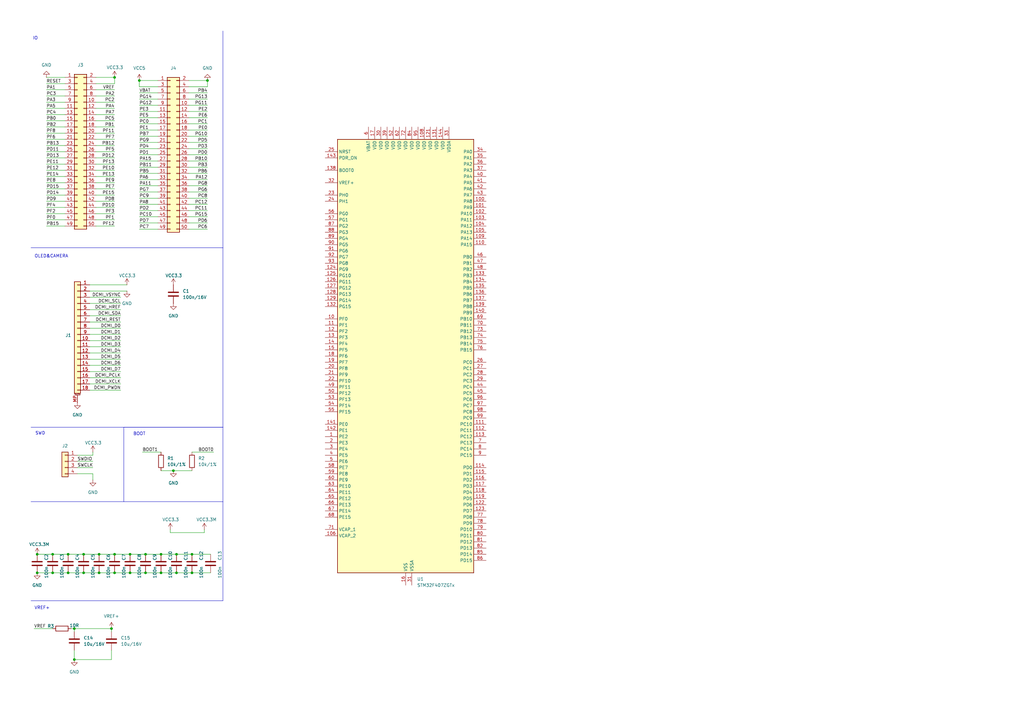
<source format=kicad_sch>
(kicad_sch (version 20250114) (generator "eeschema") (generator_version "9.0")
  (paper "A3")
  (lib_symbols
    (symbol "Connector_Generic:Conn_01x04" (pin_names (offset 1.016) (hide yes))
      (property "Reference" "J" (at 0 5.08 0))
      (property "Value" "Conn_01x04" (at 0 -7.62 0))
      (symbol "Conn_01x04_1_1"
        (rectangle (start -1.27 3.81) (end 1.27 -6.35) (stroke (width 0.254)) (fill (type background)))
        (rectangle (start -1.27 2.667) (end 0 2.413) (stroke (width 0.1524)))
        (rectangle (start -1.27 0.127) (end 0 -0.127) (stroke (width 0.1524)))
        (rectangle (start -1.27 -2.413) (end 0 -2.667) (stroke (width 0.1524)))
        (rectangle (start -1.27 -4.953) (end 0 -5.207) (stroke (width 0.1524)))
        (pin passive line (at -5.08 2.54 0) (length 3.81) (name "Pin_1") (number "1"))
        (pin passive line (at -5.08 0 0) (length 3.81) (name "Pin_2") (number "2"))
        (pin passive line (at -5.08 -2.54 0) (length 3.81) (name "Pin_3") (number "3"))
        (pin passive line (at -5.08 -5.08 0) (length 3.81) (name "Pin_4") (number "4"))
      )
    )
    (symbol "Connector_Generic:Conn_02x25_Odd_Even" (pin_names (offset 1.016) (hide yes))
      (property "Reference" "J" (at 1.27 33.02 0))
      (property "Value" "Conn_02x25_Odd_Even" (at 1.27 -33.02 0))
      (symbol "Conn_02x25_Odd_Even_1_1"
        (rectangle (start -1.27 31.75) (end 3.81 -31.75) (stroke (width 0.254)) (fill (type background)))
        (rectangle (start -1.27 30.607) (end 0 30.353) (stroke (width 0.1524)))
        (rectangle (start -1.27 28.067) (end 0 27.813) (stroke (width 0.1524)))
        (rectangle (start -1.27 25.527) (end 0 25.273) (stroke (width 0.1524)))
        (rectangle (start -1.27 22.987) (end 0 22.733) (stroke (width 0.1524)))
        (rectangle (start -1.27 20.447) (end 0 20.193) (stroke (width 0.1524)))
        (rectangle (start -1.27 17.907) (end 0 17.653) (stroke (width 0.1524)))
        (rectangle (start -1.27 15.367) (end 0 15.113) (stroke (width 0.1524)))
        (rectangle (start -1.27 12.827) (end 0 12.573) (stroke (width 0.1524)))
        (rectangle (start -1.27 10.287) (end 0 10.033) (stroke (width 0.1524)))
        (rectangle (start -1.27 7.747) (end 0 7.493) (stroke (width 0.1524)))
        (rectangle (start -1.27 5.207) (end 0 4.953) (stroke (width 0.1524)))
        (rectangle (start -1.27 2.667) (end 0 2.413) (stroke (width 0.1524)))
        (rectangle (start -1.27 0.127) (end 0 -0.127) (stroke (width 0.1524)))
        (rectangle (start -1.27 -2.413) (end 0 -2.667) (stroke (width 0.1524)))
        (rectangle (start -1.27 -4.953) (end 0 -5.207) (stroke (width 0.1524)))
        (rectangle (start -1.27 -7.493) (end 0 -7.747) (stroke (width 0.1524)))
        (rectangle (start -1.27 -10.033) (end 0 -10.287) (stroke (width 0.1524)))
        (rectangle (start -1.27 -12.573) (end 0 -12.827) (stroke (width 0.1524)))
        (rectangle (start -1.27 -15.113) (end 0 -15.367) (stroke (width 0.1524)))
        (rectangle (start -1.27 -17.653) (end 0 -17.907) (stroke (width 0.1524)))
        (rectangle (start -1.27 -20.193) (end 0 -20.447) (stroke (width 0.1524)))
        (rectangle (start -1.27 -22.733) (end 0 -22.987) (stroke (width 0.1524)))
        (rectangle (start -1.27 -25.273) (end 0 -25.527) (stroke (width 0.1524)))
        (rectangle (start -1.27 -27.813) (end 0 -28.067) (stroke (width 0.1524)))
        (rectangle (start -1.27 -30.353) (end 0 -30.607) (stroke (width 0.1524)))
        (rectangle (start 3.81 30.607) (end 2.54 30.353) (stroke (width 0.1524)))
        (rectangle (start 3.81 28.067) (end 2.54 27.813) (stroke (width 0.1524)))
        (rectangle (start 3.81 25.527) (end 2.54 25.273) (stroke (width 0.1524)))
        (rectangle (start 3.81 22.987) (end 2.54 22.733) (stroke (width 0.1524)))
        (rectangle (start 3.81 20.447) (end 2.54 20.193) (stroke (width 0.1524)))
        (rectangle (start 3.81 17.907) (end 2.54 17.653) (stroke (width 0.1524)))
        (rectangle (start 3.81 15.367) (end 2.54 15.113) (stroke (width 0.1524)))
        (rectangle (start 3.81 12.827) (end 2.54 12.573) (stroke (width 0.1524)))
        (rectangle (start 3.81 10.287) (end 2.54 10.033) (stroke (width 0.1524)))
        (rectangle (start 3.81 7.747) (end 2.54 7.493) (stroke (width 0.1524)))
        (rectangle (start 3.81 5.207) (end 2.54 4.953) (stroke (width 0.1524)))
        (rectangle (start 3.81 2.667) (end 2.54 2.413) (stroke (width 0.1524)))
        (rectangle (start 3.81 0.127) (end 2.54 -0.127) (stroke (width 0.1524)))
        (rectangle (start 3.81 -2.413) (end 2.54 -2.667) (stroke (width 0.1524)))
        (rectangle (start 3.81 -4.953) (end 2.54 -5.207) (stroke (width 0.1524)))
        (rectangle (start 3.81 -7.493) (end 2.54 -7.747) (stroke (width 0.1524)))
        (rectangle (start 3.81 -10.033) (end 2.54 -10.287) (stroke (width 0.1524)))
        (rectangle (start 3.81 -12.573) (end 2.54 -12.827) (stroke (width 0.1524)))
        (rectangle (start 3.81 -15.113) (end 2.54 -15.367) (stroke (width 0.1524)))
        (rectangle (start 3.81 -17.653) (end 2.54 -17.907) (stroke (width 0.1524)))
        (rectangle (start 3.81 -20.193) (end 2.54 -20.447) (stroke (width 0.1524)))
        (rectangle (start 3.81 -22.733) (end 2.54 -22.987) (stroke (width 0.1524)))
        (rectangle (start 3.81 -25.273) (end 2.54 -25.527) (stroke (width 0.1524)))
        (rectangle (start 3.81 -27.813) (end 2.54 -28.067) (stroke (width 0.1524)))
        (rectangle (start 3.81 -30.353) (end 2.54 -30.607) (stroke (width 0.1524)))
        (pin passive line (at -5.08 30.48 0) (length 3.81) (name "Pin_1") (number "1"))
        (pin passive line (at -5.08 27.94 0) (length 3.81) (name "Pin_3") (number "3"))
        (pin passive line (at -5.08 25.4 0) (length 3.81) (name "Pin_5") (number "5"))
        (pin passive line (at -5.08 22.86 0) (length 3.81) (name "Pin_7") (number "7"))
        (pin passive line (at -5.08 20.32 0) (length 3.81) (name "Pin_9") (number "9"))
        (pin passive line (at -5.08 17.78 0) (length 3.81) (name "Pin_11") (number "11"))
        (pin passive line (at -5.08 15.24 0) (length 3.81) (name "Pin_13") (number "13"))
        (pin passive line (at -5.08 12.7 0) (length 3.81) (name "Pin_15") (number "15"))
        (pin passive line (at -5.08 10.16 0) (length 3.81) (name "Pin_17") (number "17"))
        (pin passive line (at -5.08 7.62 0) (length 3.81) (name "Pin_19") (number "19"))
        (pin passive line (at -5.08 5.08 0) (length 3.81) (name "Pin_21") (number "21"))
        (pin passive line (at -5.08 2.54 0) (length 3.81) (name "Pin_23") (number "23"))
        (pin passive line (at -5.08 0 0) (length 3.81) (name "Pin_25") (number "25"))
        (pin passive line (at -5.08 -2.54 0) (length 3.81) (name "Pin_27") (number "27"))
        (pin passive line (at -5.08 -5.08 0) (length 3.81) (name "Pin_29") (number "29"))
        (pin passive line (at -5.08 -7.62 0) (length 3.81) (name "Pin_31") (number "31"))
        (pin passive line (at -5.08 -10.16 0) (length 3.81) (name "Pin_33") (number "33"))
        (pin passive line (at -5.08 -12.7 0) (length 3.81) (name "Pin_35") (number "35"))
        (pin passive line (at -5.08 -15.24 0) (length 3.81) (name "Pin_37") (number "37"))
        (pin passive line (at -5.08 -17.78 0) (length 3.81) (name "Pin_39") (number "39"))
        (pin passive line (at -5.08 -20.32 0) (length 3.81) (name "Pin_41") (number "41"))
        (pin passive line (at -5.08 -22.86 0) (length 3.81) (name "Pin_43") (number "43"))
        (pin passive line (at -5.08 -25.4 0) (length 3.81) (name "Pin_45") (number "45"))
        (pin passive line (at -5.08 -27.94 0) (length 3.81) (name "Pin_47") (number "47"))
        (pin passive line (at -5.08 -30.48 0) (length 3.81) (name "Pin_49") (number "49"))
        (pin passive line (at 7.62 30.48 180) (length 3.81) (name "Pin_2") (number "2"))
        (pin passive line (at 7.62 27.94 180) (length 3.81) (name "Pin_4") (number "4"))
        (pin passive line (at 7.62 25.4 180) (length 3.81) (name "Pin_6") (number "6"))
        (pin passive line (at 7.62 22.86 180) (length 3.81) (name "Pin_8") (number "8"))
        (pin passive line (at 7.62 20.32 180) (length 3.81) (name "Pin_10") (number "10"))
        (pin passive line (at 7.62 17.78 180) (length 3.81) (name "Pin_12") (number "12"))
        (pin passive line (at 7.62 15.24 180) (length 3.81) (name "Pin_14") (number "14"))
        (pin passive line (at 7.62 12.7 180) (length 3.81) (name "Pin_16") (number "16"))
        (pin passive line (at 7.62 10.16 180) (length 3.81) (name "Pin_18") (number "18"))
        (pin passive line (at 7.62 7.62 180) (length 3.81) (name "Pin_20") (number "20"))
        (pin passive line (at 7.62 5.08 180) (length 3.81) (name "Pin_22") (number "22"))
        (pin passive line (at 7.62 2.54 180) (length 3.81) (name "Pin_24") (number "24"))
        (pin passive line (at 7.62 0 180) (length 3.81) (name "Pin_26") (number "26"))
        (pin passive line (at 7.62 -2.54 180) (length 3.81) (name "Pin_28") (number "28"))
        (pin passive line (at 7.62 -5.08 180) (length 3.81) (name "Pin_30") (number "30"))
        (pin passive line (at 7.62 -7.62 180) (length 3.81) (name "Pin_32") (number "32"))
        (pin passive line (at 7.62 -10.16 180) (length 3.81) (name "Pin_34") (number "34"))
        (pin passive line (at 7.62 -12.7 180) (length 3.81) (name "Pin_36") (number "36"))
        (pin passive line (at 7.62 -15.24 180) (length 3.81) (name "Pin_38") (number "38"))
        (pin passive line (at 7.62 -17.78 180) (length 3.81) (name "Pin_40") (number "40"))
        (pin passive line (at 7.62 -20.32 180) (length 3.81) (name "Pin_42") (number "42"))
        (pin passive line (at 7.62 -22.86 180) (length 3.81) (name "Pin_44") (number "44"))
        (pin passive line (at 7.62 -25.4 180) (length 3.81) (name "Pin_46") (number "46"))
        (pin passive line (at 7.62 -27.94 180) (length 3.81) (name "Pin_48") (number "48"))
        (pin passive line (at 7.62 -30.48 180) (length 3.81) (name "Pin_50") (number "50"))
      )
    )
    (symbol "Connector_Generic_MountingPin:Conn_01x18_MountingPin" (pin_names (offset 1.016) (hide yes))
      (property "Reference" "J" (at 0 22.86 0))
      (property "Value" "Conn_01x18_MountingPin" (at 1.27 -25.4 0))
      (symbol "Conn_01x18_MountingPin_1_1"
        (rectangle (start -1.27 21.59) (end 1.27 -24.13) (stroke (width 0.254)) (fill (type background)))
        (rectangle (start -1.27 20.447) (end 0 20.193) (stroke (width 0.1524)))
        (rectangle (start -1.27 17.907) (end 0 17.653) (stroke (width 0.1524)))
        (rectangle (start -1.27 15.367) (end 0 15.113) (stroke (width 0.1524)))
        (rectangle (start -1.27 12.827) (end 0 12.573) (stroke (width 0.1524)))
        (rectangle (start -1.27 10.287) (end 0 10.033) (stroke (width 0.1524)))
        (rectangle (start -1.27 7.747) (end 0 7.493) (stroke (width 0.1524)))
        (rectangle (start -1.27 5.207) (end 0 4.953) (stroke (width 0.1524)))
        (rectangle (start -1.27 2.667) (end 0 2.413) (stroke (width 0.1524)))
        (rectangle (start -1.27 0.127) (end 0 -0.127) (stroke (width 0.1524)))
        (rectangle (start -1.27 -2.413) (end 0 -2.667) (stroke (width 0.1524)))
        (rectangle (start -1.27 -4.953) (end 0 -5.207) (stroke (width 0.1524)))
        (rectangle (start -1.27 -7.493) (end 0 -7.747) (stroke (width 0.1524)))
        (rectangle (start -1.27 -10.033) (end 0 -10.287) (stroke (width 0.1524)))
        (rectangle (start -1.27 -12.573) (end 0 -12.827) (stroke (width 0.1524)))
        (rectangle (start -1.27 -15.113) (end 0 -15.367) (stroke (width 0.1524)))
        (rectangle (start -1.27 -17.653) (end 0 -17.907) (stroke (width 0.1524)))
        (rectangle (start -1.27 -20.193) (end 0 -20.447) (stroke (width 0.1524)))
        (rectangle (start -1.27 -22.733) (end 0 -22.987) (stroke (width 0.1524)))
        (polyline (pts (xy -1.016 -24.892) (xy 1.016 -24.892)) (stroke (width 0.1524)))
        (text "Mounting" (at 0 -24.511 0) (effects (font (size 0.381 0.381))))
        (pin passive line (at -5.08 20.32 0) (length 3.81) (name "Pin_1") (number "1"))
        (pin passive line (at -5.08 17.78 0) (length 3.81) (name "Pin_2") (number "2"))
        (pin passive line (at -5.08 15.24 0) (length 3.81) (name "Pin_3") (number "3"))
        (pin passive line (at -5.08 12.7 0) (length 3.81) (name "Pin_4") (number "4"))
        (pin passive line (at -5.08 10.16 0) (length 3.81) (name "Pin_5") (number "5"))
        (pin passive line (at -5.08 7.62 0) (length 3.81) (name "Pin_6") (number "6"))
        (pin passive line (at -5.08 5.08 0) (length 3.81) (name "Pin_7") (number "7"))
        (pin passive line (at -5.08 2.54 0) (length 3.81) (name "Pin_8") (number "8"))
        (pin passive line (at -5.08 0 0) (length 3.81) (name "Pin_9") (number "9"))
        (pin passive line (at -5.08 -2.54 0) (length 3.81) (name "Pin_10") (number "10"))
        (pin passive line (at -5.08 -5.08 0) (length 3.81) (name "Pin_11") (number "11"))
        (pin passive line (at -5.08 -7.62 0) (length 3.81) (name "Pin_12") (number "12"))
        (pin passive line (at -5.08 -10.16 0) (length 3.81) (name "Pin_13") (number "13"))
        (pin passive line (at -5.08 -12.7 0) (length 3.81) (name "Pin_14") (number "14"))
        (pin passive line (at -5.08 -15.24 0) (length 3.81) (name "Pin_15") (number "15"))
        (pin passive line (at -5.08 -17.78 0) (length 3.81) (name "Pin_16") (number "16"))
        (pin passive line (at -5.08 -20.32 0) (length 3.81) (name "Pin_17") (number "17"))
        (pin passive line (at -5.08 -22.86 0) (length 3.81) (name "Pin_18") (number "18"))
        (pin passive line (at 0 -27.94 90) (length 3.048) (name "MountPin") (number "MP"))
      )
    )
    (symbol "Device:C" (pin_numbers (hide yes)) (pin_names (offset 0.254))
      (property "Reference" "C" (at 0.635 2.54 0))
      (property "Value" "C" (at 0.635 -2.54 0))
      (symbol "C_0_1"
        (polyline (pts (xy -2.032 0.762) (xy 2.032 0.762)) (stroke (width 0.508)))
        (polyline (pts (xy -2.032 -0.762) (xy 2.032 -0.762)) (stroke (width 0.508)))
      )
      (symbol "C_1_1"
        (pin passive line (at 0 3.81 270) (length 2.794) (name "~") (number "1"))
        (pin passive line (at 0 -3.81 90) (length 2.794) (name "~") (number "2"))
      )
    )
    (symbol "Device:R" (pin_numbers (hide yes)) (pin_names (offset 0))
      (property "Reference" "R" (at 2.032 0 90))
      (property "Value" "R" (at 0 0 90))
      (symbol "R_0_1"
        (rectangle (start -1.016 -2.54) (end 1.016 2.54) (stroke (width 0.254)))
      )
      (symbol "R_1_1"
        (pin passive line (at 0 3.81 270) (length 1.27) (name "~") (number "1"))
        (pin passive line (at 0 -3.81 90) (length 1.27) (name "~") (number "2"))
      )
    )
    (symbol "MCU_ST_STM32F4:STM32F407ZGTx"
      (property "Reference" "U" (at -27.94 90.17 0))
      (property "Value" "STM32F407ZGTx" (at 20.32 90.17 0))
      (symbol "STM32F407ZGTx_0_1"
        (rectangle (start -27.94 -88.9) (end 27.94 88.9) (stroke (width 0.254)) (fill (type background)))
      )
      (symbol "STM32F407ZGTx_1_1"
        (pin input line (at -33.02 83.82 0) (length 5.08) (name "NRST") (number "25"))
        (pin input line (at -33.02 81.28 0) (length 5.08) (name "PDR_ON") (number "143"))
        (pin input line (at -33.02 76.2 0) (length 5.08) (name "BOOT0") (number "138"))
        (pin input line (at -33.02 71.12 0) (length 5.08) (name "VREF+") (number "32"))
        (pin bidirectional line (at -33.02 66.04 0) (length 5.08) (name "PH0") (number "23"))
        (pin bidirectional line (at -33.02 63.5 0) (length 5.08) (name "PH1") (number "24"))
        (pin bidirectional line (at -33.02 58.42 0) (length 5.08) (name "PG0") (number "56"))
        (pin bidirectional line (at -33.02 55.88 0) (length 5.08) (name "PG1") (number "57"))
        (pin bidirectional line (at -33.02 53.34 0) (length 5.08) (name "PG2") (number "87"))
        (pin bidirectional line (at -33.02 50.8 0) (length 5.08) (name "PG3") (number "88"))
        (pin bidirectional line (at -33.02 48.26 0) (length 5.08) (name "PG4") (number "89"))
        (pin bidirectional line (at -33.02 45.72 0) (length 5.08) (name "PG5") (number "90"))
        (pin bidirectional line (at -33.02 43.18 0) (length 5.08) (name "PG6") (number "91"))
        (pin bidirectional line (at -33.02 40.64 0) (length 5.08) (name "PG7") (number "92"))
        (pin bidirectional line (at -33.02 38.1 0) (length 5.08) (name "PG8") (number "93"))
        (pin bidirectional line (at -33.02 35.56 0) (length 5.08) (name "PG9") (number "124"))
        (pin bidirectional line (at -33.02 33.02 0) (length 5.08) (name "PG10") (number "125"))
        (pin bidirectional line (at -33.02 30.48 0) (length 5.08) (name "PG11") (number "126"))
        (pin bidirectional line (at -33.02 27.94 0) (length 5.08) (name "PG12") (number "127"))
        (pin bidirectional line (at -33.02 25.4 0) (length 5.08) (name "PG13") (number "128"))
        (pin bidirectional line (at -33.02 22.86 0) (length 5.08) (name "PG14") (number "129"))
        (pin bidirectional line (at -33.02 20.32 0) (length 5.08) (name "PG15") (number "132"))
        (pin bidirectional line (at -33.02 15.24 0) (length 5.08) (name "PF0") (number "10"))
        (pin bidirectional line (at -33.02 12.7 0) (length 5.08) (name "PF1") (number "11"))
        (pin bidirectional line (at -33.02 10.16 0) (length 5.08) (name "PF2") (number "12"))
        (pin bidirectional line (at -33.02 7.62 0) (length 5.08) (name "PF3") (number "13"))
        (pin bidirectional line (at -33.02 5.08 0) (length 5.08) (name "PF4") (number "14"))
        (pin bidirectional line (at -33.02 2.54 0) (length 5.08) (name "PF5") (number "15"))
        (pin bidirectional line (at -33.02 0 0) (length 5.08) (name "PF6") (number "18"))
        (pin bidirectional line (at -33.02 -2.54 0) (length 5.08) (name "PF7") (number "19"))
        (pin bidirectional line (at -33.02 -5.08 0) (length 5.08) (name "PF8") (number "20"))
        (pin bidirectional line (at -33.02 -7.62 0) (length 5.08) (name "PF9") (number "21"))
        (pin bidirectional line (at -33.02 -10.16 0) (length 5.08) (name "PF10") (number "22"))
        (pin bidirectional line (at -33.02 -12.7 0) (length 5.08) (name "PF11") (number "49"))
        (pin bidirectional line (at -33.02 -15.24 0) (length 5.08) (name "PF12") (number "50"))
        (pin bidirectional line (at -33.02 -17.78 0) (length 5.08) (name "PF13") (number "53"))
        (pin bidirectional line (at -33.02 -20.32 0) (length 5.08) (name "PF14") (number "54"))
        (pin bidirectional line (at -33.02 -22.86 0) (length 5.08) (name "PF15") (number "55"))
        (pin bidirectional line (at -33.02 -27.94 0) (length 5.08) (name "PE0") (number "141"))
        (pin bidirectional line (at -33.02 -30.48 0) (length 5.08) (name "PE1") (number "142"))
        (pin bidirectional line (at -33.02 -33.02 0) (length 5.08) (name "PE2") (number "1"))
        (pin bidirectional line (at -33.02 -35.56 0) (length 5.08) (name "PE3") (number "2"))
        (pin bidirectional line (at -33.02 -38.1 0) (length 5.08) (name "PE4") (number "3"))
        (pin bidirectional line (at -33.02 -40.64 0) (length 5.08) (name "PE5") (number "4"))
        (pin bidirectional line (at -33.02 -43.18 0) (length 5.08) (name "PE6") (number "5"))
        (pin bidirectional line (at -33.02 -45.72 0) (length 5.08) (name "PE7") (number "58"))
        (pin bidirectional line (at -33.02 -48.26 0) (length 5.08) (name "PE8") (number "59"))
        (pin bidirectional line (at -33.02 -50.8 0) (length 5.08) (name "PE9") (number "60"))
        (pin bidirectional line (at -33.02 -53.34 0) (length 5.08) (name "PE10") (number "63"))
        (pin bidirectional line (at -33.02 -55.88 0) (length 5.08) (name "PE11") (number "64"))
        (pin bidirectional line (at -33.02 -58.42 0) (length 5.08) (name "PE12") (number "65"))
        (pin bidirectional line (at -33.02 -60.96 0) (length 5.08) (name "PE13") (number "66"))
        (pin bidirectional line (at -33.02 -63.5 0) (length 5.08) (name "PE14") (number "67"))
        (pin bidirectional line (at -33.02 -66.04 0) (length 5.08) (name "PE15") (number "68"))
        (pin power_out line (at -33.02 -71.12 0) (length 5.08) (name "VCAP_1") (number "71"))
        (pin power_out line (at -33.02 -73.66 0) (length 5.08) (name "VCAP_2") (number "106"))
        (pin power_in line (at -15.24 93.98 270) (length 5.08) (name "VBAT") (number "6"))
        (pin power_in line (at -12.7 93.98 270) (length 5.08) (name "VDD") (number "17"))
        (pin power_in line (at -10.16 93.98 270) (length 5.08) (name "VDD") (number "30"))
        (pin power_in line (at -7.62 93.98 270) (length 5.08) (name "VDD") (number "39"))
        (pin power_in line (at -5.08 93.98 270) (length 5.08) (name "VDD") (number "52"))
        (pin power_in line (at -2.54 93.98 270) (length 5.08) (name "VDD") (number "62"))
        (pin power_in line (at 0 93.98 270) (length 5.08) (name "VDD") (number "72"))
        (pin passive line (at 0 -93.98 90) (length 5.08) (hide yes) (name "VSS") (number "107"))
        (pin passive line (at 0 -93.98 90) (length 5.08) (hide yes) (name "VSS") (number "120"))
        (pin passive line (at 0 -93.98 90) (length 5.08) (hide yes) (name "VSS") (number "130"))
        (pin power_in line (at 0 -93.98 90) (length 5.08) (name "VSS") (number "16"))
        (pin passive line (at 0 -93.98 90) (length 5.08) (hide yes) (name "VSS") (number "38"))
        (pin passive line (at 0 -93.98 90) (length 5.08) (hide yes) (name "VSS") (number "51"))
        (pin passive line (at 0 -93.98 90) (length 5.08) (hide yes) (name "VSS") (number "61"))
        (pin passive line (at 0 -93.98 90) (length 5.08) (hide yes) (name "VSS") (number "83"))
        (pin passive line (at 0 -93.98 90) (length 5.08) (hide yes) (name "VSS") (number "94"))
        (pin power_in line (at 2.54 93.98 270) (length 5.08) (name "VDD") (number "84"))
        (pin power_in line (at 2.54 -93.98 90) (length 5.08) (name "VSSA") (number "31"))
        (pin power_in line (at 5.08 93.98 270) (length 5.08) (name "VDD") (number "95"))
        (pin power_in line (at 7.62 93.98 270) (length 5.08) (name "VDD") (number "108"))
        (pin power_in line (at 10.16 93.98 270) (length 5.08) (name "VDD") (number "121"))
        (pin power_in line (at 12.7 93.98 270) (length 5.08) (name "VDD") (number "131"))
        (pin power_in line (at 15.24 93.98 270) (length 5.08) (name "VDD") (number "144"))
        (pin power_in line (at 17.78 93.98 270) (length 5.08) (name "VDDA") (number "33"))
        (pin bidirectional line (at 33.02 83.82 180) (length 5.08) (name "PA0") (number "34"))
        (pin bidirectional line (at 33.02 81.28 180) (length 5.08) (name "PA1") (number "35"))
        (pin bidirectional line (at 33.02 78.74 180) (length 5.08) (name "PA2") (number "36"))
        (pin bidirectional line (at 33.02 76.2 180) (length 5.08) (name "PA3") (number "37"))
        (pin bidirectional line (at 33.02 73.66 180) (length 5.08) (name "PA4") (number "40"))
        (pin bidirectional line (at 33.02 71.12 180) (length 5.08) (name "PA5") (number "41"))
        (pin bidirectional line (at 33.02 68.58 180) (length 5.08) (name "PA6") (number "42"))
        (pin bidirectional line (at 33.02 66.04 180) (length 5.08) (name "PA7") (number "43"))
        (pin bidirectional line (at 33.02 63.5 180) (length 5.08) (name "PA8") (number "100"))
        (pin bidirectional line (at 33.02 60.96 180) (length 5.08) (name "PA9") (number "101"))
        (pin bidirectional line (at 33.02 58.42 180) (length 5.08) (name "PA10") (number "102"))
        (pin bidirectional line (at 33.02 55.88 180) (length 5.08) (name "PA11") (number "103"))
        (pin bidirectional line (at 33.02 53.34 180) (length 5.08) (name "PA12") (number "104"))
        (pin bidirectional line (at 33.02 50.8 180) (length 5.08) (name "PA13") (number "105"))
        (pin bidirectional line (at 33.02 48.26 180) (length 5.08) (name "PA14") (number "109"))
        (pin bidirectional line (at 33.02 45.72 180) (length 5.08) (name "PA15") (number "110"))
        (pin bidirectional line (at 33.02 40.64 180) (length 5.08) (name "PB0") (number "46"))
        (pin bidirectional line (at 33.02 38.1 180) (length 5.08) (name "PB1") (number "47"))
        (pin bidirectional line (at 33.02 35.56 180) (length 5.08) (name "PB2") (number "48"))
        (pin bidirectional line (at 33.02 33.02 180) (length 5.08) (name "PB3") (number "133"))
        (pin bidirectional line (at 33.02 30.48 180) (length 5.08) (name "PB4") (number "134"))
        (pin bidirectional line (at 33.02 27.94 180) (length 5.08) (name "PB5") (number "135"))
        (pin bidirectional line (at 33.02 25.4 180) (length 5.08) (name "PB6") (number "136"))
        (pin bidirectional line (at 33.02 22.86 180) (length 5.08) (name "PB7") (number "137"))
        (pin bidirectional line (at 33.02 20.32 180) (length 5.08) (name "PB8") (number "139"))
        (pin bidirectional line (at 33.02 17.78 180) (length 5.08) (name "PB9") (number "140"))
        (pin bidirectional line (at 33.02 15.24 180) (length 5.08) (name "PB10") (number "69"))
        (pin bidirectional line (at 33.02 12.7 180) (length 5.08) (name "PB11") (number "70"))
        (pin bidirectional line (at 33.02 10.16 180) (length 5.08) (name "PB12") (number "73"))
        (pin bidirectional line (at 33.02 7.62 180) (length 5.08) (name "PB13") (number "74"))
        (pin bidirectional line (at 33.02 5.08 180) (length 5.08) (name "PB14") (number "75"))
        (pin bidirectional line (at 33.02 2.54 180) (length 5.08) (name "PB15") (number "76"))
        (pin bidirectional line (at 33.02 -2.54 180) (length 5.08) (name "PC0") (number "26"))
        (pin bidirectional line (at 33.02 -5.08 180) (length 5.08) (name "PC1") (number "27"))
        (pin bidirectional line (at 33.02 -7.62 180) (length 5.08) (name "PC2") (number "28"))
        (pin bidirectional line (at 33.02 -10.16 180) (length 5.08) (name "PC3") (number "29"))
        (pin bidirectional line (at 33.02 -12.7 180) (length 5.08) (name "PC4") (number "44"))
        (pin bidirectional line (at 33.02 -15.24 180) (length 5.08) (name "PC5") (number "45"))
        (pin bidirectional line (at 33.02 -17.78 180) (length 5.08) (name "PC6") (number "96"))
        (pin bidirectional line (at 33.02 -20.32 180) (length 5.08) (name "PC7") (number "97"))
        (pin bidirectional line (at 33.02 -22.86 180) (length 5.08) (name "PC8") (number "98"))
        (pin bidirectional line (at 33.02 -25.4 180) (length 5.08) (name "PC9") (number "99"))
        (pin bidirectional line (at 33.02 -27.94 180) (length 5.08) (name "PC10") (number "111"))
        (pin bidirectional line (at 33.02 -30.48 180) (length 5.08) (name "PC11") (number "112"))
        (pin bidirectional line (at 33.02 -33.02 180) (length 5.08) (name "PC12") (number "113"))
        (pin bidirectional line (at 33.02 -35.56 180) (length 5.08) (name "PC13") (number "7"))
        (pin bidirectional line (at 33.02 -38.1 180) (length 5.08) (name "PC14") (number "8"))
        (pin bidirectional line (at 33.02 -40.64 180) (length 5.08) (name "PC15") (number "9"))
        (pin bidirectional line (at 33.02 -45.72 180) (length 5.08) (name "PD0") (number "114"))
        (pin bidirectional line (at 33.02 -48.26 180) (length 5.08) (name "PD1") (number "115"))
        (pin bidirectional line (at 33.02 -50.8 180) (length 5.08) (name "PD2") (number "116"))
        (pin bidirectional line (at 33.02 -53.34 180) (length 5.08) (name "PD3") (number "117"))
        (pin bidirectional line (at 33.02 -55.88 180) (length 5.08) (name "PD4") (number "118"))
        (pin bidirectional line (at 33.02 -58.42 180) (length 5.08) (name "PD5") (number "119"))
        (pin bidirectional line (at 33.02 -60.96 180) (length 5.08) (name "PD6") (number "122"))
        (pin bidirectional line (at 33.02 -63.5 180) (length 5.08) (name "PD7") (number "123"))
        (pin bidirectional line (at 33.02 -66.04 180) (length 5.08) (name "PD8") (number "77"))
        (pin bidirectional line (at 33.02 -68.58 180) (length 5.08) (name "PD9") (number "78"))
        (pin bidirectional line (at 33.02 -71.12 180) (length 5.08) (name "PD10") (number "79"))
        (pin bidirectional line (at 33.02 -73.66 180) (length 5.08) (name "PD11") (number "80"))
        (pin bidirectional line (at 33.02 -76.2 180) (length 5.08) (name "PD12") (number "81"))
        (pin bidirectional line (at 33.02 -78.74 180) (length 5.08) (name "PD13") (number "82"))
        (pin bidirectional line (at 33.02 -81.28 180) (length 5.08) (name "PD14") (number "85"))
        (pin bidirectional line (at 33.02 -83.82 180) (length 5.08) (name "PD15") (number "86"))
      )
    )
    (symbol "power:GND" (power) (pin_numbers (hide yes)) (pin_names (offset 0) (hide yes))
      (property "Value" "GND" (at 0 -3.81 0))
      (symbol "GND_0_1"
        (polyline (pts (xy 0 0) (xy 0 -1.27) (xy 1.27 -1.27) (xy 0 -2.54) (xy -1.27 -1.27) (xy 0 -1.27)))
      )
      (symbol "GND_1_1"
        (pin power_in line (at 0 0 270) (length 0) (name "~") (number "1"))
      )
    )
    (symbol "power:VCC" (power) (pin_numbers (hide yes)) (pin_names (offset 0) (hide yes))
      (property "Value" "VCC" (at 0 3.556 0))
      (symbol "VCC_0_1"
        (polyline (pts (xy -0.762 1.27) (xy 0 2.54)))
        (polyline (pts (xy 0 2.54) (xy 0.762 1.27)))
        (polyline (pts (xy 0 0) (xy 0 2.54)))
      )
      (symbol "VCC_1_1"
        (pin power_in line (at 0 0 90) (length 0) (name "~") (number "1"))
      )
    )
  )
  (text "IO" (at 14.478 15.748 0) (effects (font (size 1.27 1.27))))
  (text "VREF+" (at 17.272 249.428 0) (effects (font (size 1.27 1.27))))
  (text "OLED&CAMERA" (at 21.082 105.156 0) (effects (font (size 1.27 1.27))))
  (text "BOOT" (at 57.15 178.054 0) (effects (font (size 1.27 1.27))))
  (text "SWD" (at 16.51 177.8 0) (effects (font (size 1.27 1.27))))
  (junction (at 30.48 257.81))
  (junction (at 45.72 257.81))
  (junction (at 59.69 234.95))
  (junction (at 72.39 227.33))
  (junction (at 53.34 227.33))
  (junction (at 34.29 234.95))
  (junction (at 46.99 234.95))
  (junction (at 40.64 234.95))
  (junction (at 71.12 193.04))
  (junction (at 85.09 33.02))
  (junction (at 78.74 234.95))
  (junction (at 15.24 234.95))
  (junction (at 21.59 227.33))
  (junction (at 30.48 270.51))
  (junction (at 40.64 227.33))
  (junction (at 66.04 234.95))
  (junction (at 72.39 234.95))
  (junction (at 53.34 234.95))
  (junction (at 34.29 227.33))
  (junction (at 15.24 227.33))
  (junction (at 21.59 234.95))
  (junction (at 46.99 31.75))
  (junction (at 27.94 234.95))
  (junction (at 66.04 227.33))
  (junction (at 27.94 227.33))
  (junction (at 59.69 227.33))
  (junction (at 78.74 227.33))
  (junction (at 57.15 33.02))
  (junction (at 46.99 227.33))
  (wire (pts (xy 36.83 157.48) (xy 49.53 157.48)))
  (wire (pts (xy 46.99 39.37) (xy 39.37 39.37)))
  (polyline (pts (xy 91.44 175.26) (xy 91.44 205.74)))
  (wire (pts (xy 57.15 33.02) (xy 57.15 35.56)))
  (wire (pts (xy 21.59 227.33) (xy 27.94 227.33)))
  (wire (pts (xy 46.99 77.47) (xy 39.37 77.47)))
  (wire (pts (xy 78.74 234.95) (xy 86.36 234.95)))
  (wire (pts (xy 15.24 227.33) (xy 21.59 227.33)))
  (wire (pts (xy 31.75 189.23) (xy 38.1 189.23)))
  (wire (pts (xy 19.05 64.77) (xy 26.67 64.77)))
  (wire (pts (xy 36.83 144.78) (xy 49.53 144.78)))
  (wire (pts (xy 57.15 78.74) (xy 64.77 78.74)))
  (wire (pts (xy 19.05 52.07) (xy 26.67 52.07)))
  (wire (pts (xy 34.29 234.95) (xy 40.64 234.95)))
  (wire (pts (xy 36.83 154.94) (xy 49.53 154.94)))
  (wire (pts (xy 46.99 227.33) (xy 53.34 227.33)))
  (wire (pts (xy 39.37 34.29) (xy 46.99 34.29)))
  (wire (pts (xy 77.47 33.02) (xy 85.09 33.02)))
  (wire (pts (xy 19.05 87.63) (xy 26.67 87.63)))
  (wire (pts (xy 85.09 86.36) (xy 77.47 86.36)))
  (wire (pts (xy 85.09 91.44) (xy 77.47 91.44)))
  (wire (pts (xy 46.99 52.07) (xy 39.37 52.07)))
  (wire (pts (xy 36.83 129.54) (xy 49.53 129.54)))
  (wire (pts (xy 30.48 257.81) (xy 45.72 257.81)))
  (wire (pts (xy 46.99 46.99) (xy 39.37 46.99)))
  (wire (pts (xy 19.05 80.01) (xy 26.67 80.01)))
  (wire (pts (xy 57.15 43.18) (xy 64.77 43.18)))
  (wire (pts (xy 38.1 186.69) (xy 31.75 186.69)))
  (polyline (pts (xy 91.44 205.74) (xy 91.44 246.38)))
  (wire (pts (xy 85.09 53.34) (xy 77.47 53.34)))
  (wire (pts (xy 66.04 193.04) (xy 71.12 193.04)))
  (wire (pts (xy 72.39 227.33) (xy 78.74 227.33)))
  (wire (pts (xy 27.94 227.33) (xy 34.29 227.33)))
  (wire (pts (xy 57.15 81.28) (xy 64.77 81.28)))
  (wire (pts (xy 85.09 45.72) (xy 77.47 45.72)))
  (wire (pts (xy 46.99 90.17) (xy 39.37 90.17)))
  (wire (pts (xy 46.99 67.31) (xy 39.37 67.31)))
  (wire (pts (xy 19.05 85.09) (xy 26.67 85.09)))
  (wire (pts (xy 46.99 62.23) (xy 39.37 62.23)))
  (wire (pts (xy 38.1 196.85) (xy 38.1 194.31)))
  (wire (pts (xy 36.83 137.16) (xy 49.53 137.16)))
  (wire (pts (xy 19.05 59.69) (xy 26.67 59.69)))
  (wire (pts (xy 57.15 35.56) (xy 64.77 35.56)))
  (wire (pts (xy 85.09 43.18) (xy 77.47 43.18)))
  (wire (pts (xy 46.99 54.61) (xy 39.37 54.61)))
  (wire (pts (xy 46.99 87.63) (xy 39.37 87.63)))
  (wire (pts (xy 57.15 71.12) (xy 64.77 71.12)))
  (wire (pts (xy 69.85 218.44) (xy 83.82 218.44)))
  (wire (pts (xy 85.09 58.42) (xy 77.47 58.42)))
  (wire (pts (xy 57.15 83.82) (xy 64.77 83.82)))
  (wire (pts (xy 46.99 72.39) (xy 39.37 72.39)))
  (wire (pts (xy 27.94 234.95) (xy 34.29 234.95)))
  (wire (pts (xy 36.83 147.32) (xy 49.53 147.32)))
  (wire (pts (xy 19.05 41.91) (xy 26.67 41.91)))
  (wire (pts (xy 69.85 217.17) (xy 69.85 218.44)))
  (wire (pts (xy 85.09 78.74) (xy 77.47 78.74)))
  (wire (pts (xy 38.1 194.31) (xy 31.75 194.31)))
  (wire (pts (xy 59.69 234.95) (xy 66.04 234.95)))
  (wire (pts (xy 19.05 72.39) (xy 26.67 72.39)))
  (polyline (pts (xy 50.8 175.26) (xy 91.44 175.26)))
  (wire (pts (xy 19.05 69.85) (xy 26.67 69.85)))
  (wire (pts (xy 53.34 227.33) (xy 59.69 227.33)))
  (wire (pts (xy 85.09 88.9) (xy 77.47 88.9)))
  (wire (pts (xy 85.09 66.04) (xy 77.47 66.04)))
  (wire (pts (xy 59.69 227.33) (xy 66.04 227.33)))
  (wire (pts (xy 57.15 55.88) (xy 64.77 55.88)))
  (wire (pts (xy 85.09 50.8) (xy 77.47 50.8)))
  (wire (pts (xy 57.15 76.2) (xy 64.77 76.2)))
  (wire (pts (xy 36.83 142.24) (xy 49.53 142.24)))
  (wire (pts (xy 57.15 53.34) (xy 64.77 53.34)))
  (wire (pts (xy 46.99 64.77) (xy 39.37 64.77)))
  (wire (pts (xy 57.15 93.98) (xy 64.77 93.98)))
  (wire (pts (xy 66.04 234.95) (xy 72.39 234.95)))
  (wire (pts (xy 19.05 39.37) (xy 26.67 39.37)))
  (wire (pts (xy 85.09 63.5) (xy 77.47 63.5)))
  (wire (pts (xy 85.09 55.88) (xy 77.47 55.88)))
  (wire (pts (xy 57.15 38.1) (xy 64.77 38.1)))
  (wire (pts (xy 71.12 193.04) (xy 78.74 193.04)))
  (wire (pts (xy 78.74 185.42) (xy 87.63 185.42)))
  (wire (pts (xy 85.09 73.66) (xy 77.47 73.66)))
  (wire (pts (xy 58.42 185.42) (xy 66.04 185.42)))
  (wire (pts (xy 57.15 48.26) (xy 64.77 48.26)))
  (wire (pts (xy 13.97 257.81) (xy 21.59 257.81)))
  (wire (pts (xy 19.05 36.83) (xy 26.67 36.83)))
  (wire (pts (xy 19.05 82.55) (xy 26.67 82.55)))
  (wire (pts (xy 57.15 45.72) (xy 64.77 45.72)))
  (polyline (pts (xy 50.8 175.26) (xy 50.8 205.74)))
  (wire (pts (xy 46.99 92.71) (xy 39.37 92.71)))
  (polyline (pts (xy 12.7 101.6) (xy 91.44 101.6)))
  (wire (pts (xy 39.37 31.75) (xy 46.99 31.75)))
  (wire (pts (xy 45.72 270.51) (xy 30.48 270.51)))
  (wire (pts (xy 46.99 80.01) (xy 39.37 80.01)))
  (wire (pts (xy 46.99 49.53) (xy 39.37 49.53)))
  (wire (pts (xy 19.05 92.71) (xy 26.67 92.71)))
  (wire (pts (xy 46.99 59.69) (xy 39.37 59.69)))
  (wire (pts (xy 36.83 119.38) (xy 52.07 119.38)))
  (wire (pts (xy 57.15 60.96) (xy 64.77 60.96)))
  (wire (pts (xy 66.04 227.33) (xy 72.39 227.33)))
  (wire (pts (xy 77.47 35.56) (xy 85.09 35.56)))
  (wire (pts (xy 36.83 149.86) (xy 49.53 149.86)))
  (wire (pts (xy 36.83 139.7) (xy 49.53 139.7)))
  (wire (pts (xy 85.09 38.1) (xy 77.47 38.1)))
  (wire (pts (xy 34.29 227.33) (xy 40.64 227.33)))
  (wire (pts (xy 46.99 57.15) (xy 39.37 57.15)))
  (wire (pts (xy 85.09 93.98) (xy 77.47 93.98)))
  (wire (pts (xy 57.15 91.44) (xy 64.77 91.44)))
  (wire (pts (xy 19.05 62.23) (xy 26.67 62.23)))
  (wire (pts (xy 85.09 71.12) (xy 77.47 71.12)))
  (wire (pts (xy 46.99 82.55) (xy 39.37 82.55)))
  (wire (pts (xy 85.09 60.96) (xy 77.47 60.96)))
  (wire (pts (xy 30.48 257.81) (xy 30.48 259.08)))
  (wire (pts (xy 19.05 46.99) (xy 26.67 46.99)))
  (polyline (pts (xy 91.44 12.7) (xy 91.44 101.6)))
  (wire (pts (xy 53.34 234.95) (xy 59.69 234.95)))
  (wire (pts (xy 46.99 85.09) (xy 39.37 85.09)))
  (wire (pts (xy 40.64 227.33) (xy 46.99 227.33)))
  (wire (pts (xy 40.64 234.95) (xy 46.99 234.95)))
  (polyline (pts (xy 12.7 175.26) (xy 91.44 175.26)))
  (wire (pts (xy 19.05 90.17) (xy 26.67 90.17)))
  (wire (pts (xy 46.99 44.45) (xy 39.37 44.45)))
  (wire (pts (xy 19.05 67.31) (xy 26.67 67.31)))
  (wire (pts (xy 46.99 34.29) (xy 46.99 31.75)))
  (wire (pts (xy 46.99 234.95) (xy 53.34 234.95)))
  (wire (pts (xy 85.09 40.64) (xy 77.47 40.64)))
  (wire (pts (xy 45.72 266.7) (xy 45.72 270.51)))
  (wire (pts (xy 30.48 266.7) (xy 30.48 270.51)))
  (wire (pts (xy 36.83 121.92) (xy 49.53 121.92)))
  (wire (pts (xy 36.83 116.84) (xy 52.07 116.84)))
  (wire (pts (xy 36.83 160.02) (xy 49.53 160.02)))
  (wire (pts (xy 57.15 33.02) (xy 64.77 33.02)))
  (wire (pts (xy 85.09 68.58) (xy 77.47 68.58)))
  (wire (pts (xy 19.05 54.61) (xy 26.67 54.61)))
  (wire (pts (xy 57.15 40.64) (xy 64.77 40.64)))
  (wire (pts (xy 46.99 36.83) (xy 39.37 36.83)))
  (wire (pts (xy 38.1 185.42) (xy 38.1 186.69)))
  (wire (pts (xy 19.05 74.93) (xy 26.67 74.93)))
  (wire (pts (xy 19.05 31.75) (xy 26.67 31.75)))
  (wire (pts (xy 19.05 44.45) (xy 26.67 44.45)))
  (wire (pts (xy 83.82 218.44) (xy 83.82 217.17)))
  (wire (pts (xy 57.15 86.36) (xy 64.77 86.36)))
  (wire (pts (xy 45.72 257.81) (xy 45.72 259.08)))
  (wire (pts (xy 57.15 88.9) (xy 64.77 88.9)))
  (wire (pts (xy 19.05 57.15) (xy 26.67 57.15)))
  (wire (pts (xy 15.24 234.95) (xy 21.59 234.95)))
  (wire (pts (xy 19.05 34.29) (xy 26.67 34.29)))
  (wire (pts (xy 19.05 49.53) (xy 26.67 49.53)))
  (wire (pts (xy 57.15 68.58) (xy 64.77 68.58)))
  (wire (pts (xy 46.99 41.91) (xy 39.37 41.91)))
  (wire (pts (xy 85.09 83.82) (xy 77.47 83.82)))
  (wire (pts (xy 36.83 132.08) (xy 49.53 132.08)))
  (wire (pts (xy 57.15 73.66) (xy 64.77 73.66)))
  (wire (pts (xy 46.99 74.93) (xy 39.37 74.93)))
  (wire (pts (xy 29.21 257.81) (xy 30.48 257.81)))
  (wire (pts (xy 36.83 152.4) (xy 49.53 152.4)))
  (wire (pts (xy 19.05 77.47) (xy 26.67 77.47)))
  (wire (pts (xy 85.09 76.2) (xy 77.47 76.2)))
  (wire (pts (xy 85.09 81.28) (xy 77.47 81.28)))
  (wire (pts (xy 46.99 69.85) (xy 39.37 69.85)))
  (wire (pts (xy 57.15 50.8) (xy 64.77 50.8)))
  (wire (pts (xy 78.74 227.33) (xy 86.36 227.33)))
  (wire (pts (xy 57.15 58.42) (xy 64.77 58.42)))
  (polyline (pts (xy 12.7 205.74) (xy 91.44 205.74)))
  (polyline (pts (xy 91.44 101.6) (xy 91.44 175.26)))
  (wire (pts (xy 85.09 35.56) (xy 85.09 33.02)))
  (wire (pts (xy 85.09 48.26) (xy 77.47 48.26)))
  (wire (pts (xy 57.15 63.5) (xy 64.77 63.5)))
  (polyline (pts (xy 12.7 246.38) (xy 91.44 246.38)))
  (wire (pts (xy 31.75 191.77) (xy 38.1 191.77)))
  (wire (pts (xy 57.15 66.04) (xy 64.77 66.04)))
  (wire (pts (xy 36.83 124.46) (xy 49.53 124.46)))
  (wire (pts (xy 36.83 127) (xy 49.53 127)))
  (wire (pts (xy 36.83 134.62) (xy 49.53 134.62)))
  (wire (pts (xy 21.59 234.95) (xy 27.94 234.95)))
  (wire (pts (xy 72.39 234.95) (xy 78.74 234.95)))
  (label "PD10" (at 46.99 85.09 180))
  (label "PD14" (at 19.05 80.01 0))
  (label "DCMI_SCL" (at 49.53 124.46 180))
  (label "PG6" (at 85.09 78.74 180))
  (label "PF0" (at 19.05 90.17 0))
  (label "PF5" (at 46.99 62.23 180))
  (label "PE12" (at 19.05 69.85 0))
  (label "PG13" (at 85.09 40.64 180))
  (label "DCMI_D6" (at 49.53 149.86 180))
  (label "BOOT0" (at 87.63 185.42 180))
  (label "DCMI_VSYNC" (at 49.53 121.92 180))
  (label "PC12" (at 85.09 83.82 180))
  (label "PD0" (at 85.09 63.5 180))
  (label "PD7" (at 57.15 91.44 0))
  (label "RESET" (at 19.05 34.29 0))
  (label "PG8" (at 85.09 76.2 180))
  (label "PA15" (at 57.15 66.04 0))
  (label "PC3" (at 19.05 39.37 0))
  (label "PA3" (at 19.05 41.91 0))
  (label "PE13" (at 46.99 72.39 180))
  (label "PE10" (at 46.99 69.85 180))
  (label "DCMI_HREF" (at 49.53 127 180))
  (label "PE0" (at 85.09 53.34 180))
  (label "PB5" (at 57.15 71.12 0))
  (label "DCMI_PCLK" (at 49.53 154.94 180))
  (label "PF1" (at 46.99 90.17 180))
  (label "PG14" (at 57.15 40.64 0))
  (label "PB10" (at 85.09 66.04 180))
  (label "PD8" (at 46.99 82.55 180))
  (label "PE14" (at 19.05 72.39 0))
  (label "PF3" (at 46.99 87.63 180))
  (label "PB1" (at 46.99 52.07 180))
  (label "PC7" (at 57.15 93.98 0))
  (label "PA1" (at 19.05 36.83 0))
  (label "DCMI_D7" (at 49.53 152.4 180))
  (label "PE1" (at 57.15 53.34 0))
  (label "PD13" (at 19.05 64.77 0))
  (label "PC9" (at 57.15 81.28 0))
  (label "DCMI_SDA" (at 49.53 129.54 180))
  (label "PB0" (at 19.05 49.53 0))
  (label "PC5" (at 46.99 49.53 180))
  (label "PA2" (at 46.99 39.37 180))
  (label "DCMI_D2" (at 49.53 139.7 180))
  (label "VREF" (at 46.99 36.83 180))
  (label "PD1" (at 57.15 63.5 0))
  (label "PG11" (at 85.09 43.18 180))
  (label "PB2" (at 19.05 52.07 0))
  (label "BOOT1" (at 58.42 185.42 0))
  (label "PB7" (at 57.15 55.88 0))
  (label "PF2" (at 19.05 87.63 0))
  (label "PA7" (at 46.99 46.99 180))
  (label "PB15" (at 19.05 92.71 0))
  (label "VREF" (at 13.97 257.81 0))
  (label "PB11" (at 57.15 68.58 0))
  (label "DCMI_D5" (at 49.53 147.32 180))
  (label "DCMI_D0" (at 49.53 134.62 180))
  (label "DCMI_XCLK" (at 49.53 157.48 180))
  (label "PC10" (at 57.15 88.9 0))
  (label "PA11" (at 57.15 76.2 0))
  (label "PE7" (at 46.99 77.47 180))
  (label "PB13" (at 19.05 59.69 0))
  (label "PD2" (at 57.15 86.36 0))
  (label "PE8" (at 19.05 74.93 0))
  (label "PD3" (at 85.09 60.96 180))
  (label "PA4" (at 46.99 44.45 180))
  (label "PE9" (at 46.99 74.93 180))
  (label "DCMI_D1" (at 49.53 137.16 180))
  (label "PA6" (at 57.15 73.66 0))
  (label "SWCLK" (at 31.75 191.77 0))
  (label "PC11" (at 85.09 86.36 180))
  (label "PA12" (at 85.09 73.66 180))
  (label "SWDIO" (at 31.75 189.23 0))
  (label "PG7" (at 57.15 78.74 0))
  (label "PD11" (at 19.05 62.23 0))
  (label "PC6" (at 85.09 93.98 180))
  (label "PD4" (at 57.15 60.96 0))
  (label "PF6" (at 19.05 57.15 0))
  (label "PE15" (at 46.99 80.01 180))
  (label "DCMI_PWDN" (at 49.53 160.02 180))
  (label "PD5" (at 85.09 58.42 180))
  (label "PB12" (at 46.99 59.69 180))
  (label "PD6" (at 85.09 91.44 180))
  (label "PF7" (at 46.99 57.15 180))
  (label "PA5" (at 19.05 44.45 0))
  (label "PG15" (at 85.09 88.9 180))
  (label "DCMI_D3" (at 49.53 142.24 180))
  (label "DCMI_REST" (at 49.53 132.08 180))
  (label "PF13" (at 46.99 67.31 180))
  (label "PC4" (at 19.05 46.99 0))
  (label "PF11" (at 46.99 54.61 180))
  (label "PF8" (at 19.05 54.61 0))
  (label "PE2" (at 85.09 45.72 180))
  (label "PF4" (at 19.05 85.09 0))
  (label "PD9" (at 19.05 82.55 0))
  (label "VBAT" (at 57.15 38.1 0))
  (label "PB4" (at 85.09 38.1 180))
  (label "PC0" (at 57.15 50.8 0))
  (label "PE5" (at 57.15 48.26 0))
  (label "PG10" (at 85.09 55.88 180))
  (label "PE3" (at 57.15 45.72 0))
  (label "PG9" (at 57.15 58.42 0))
  (label "PG12" (at 57.15 43.18 0))
  (label "PB3" (at 85.09 68.58 180))
  (label "PA8" (at 57.15 83.82 0))
  (label "PC1" (at 85.09 50.8 180))
  (label "PC8" (at 85.09 81.28 180))
  (label "PD12" (at 46.99 64.77 180))
  (label "PC2" (at 46.99 41.91 180))
  (label "PD15" (at 19.05 77.47 0))
  (label "PE11" (at 19.05 67.31 0))
  (label "PE6" (at 85.09 48.26 180))
  (label "DCMI_D4" (at 49.53 144.78 180))
  (label "PF12" (at 46.99 92.71 180))
  (label "PB6" (at 85.09 71.12 180))
  (symbol (lib_id "Device:R") (at 25.4 257.81 90) (unit 1)
    (property "Reference" "R3" (at 20.828 256.794 90))
    (property "Value" "10R" (at 30.48 256.54 90))
    (property "Description" "Resistor" (effects (hide yes)))
  )
  (symbol (lib_id "Connector_Generic:Conn_02x25_Odd_Even") (at 31.75 62.23 0) (unit 1)
    (property "Reference" "J3" (at 33.02 26.67 0))
    (property "Value" "Conn_02x25_Odd_Even" (effects (hide yes)))
    (property "Footprint" "Connector_PinSocket_2.54mm:PinSocket_2x25_P2.54mm_Vertical" (effects (hide yes)))
    (property "Description" "Generic connector, double row, 02x25, odd/even pin numbering scheme (row 1 odd numbers, row 2 even numbers), script generated (kicad-library-utils/schlib/autogen/connector/)" (effects (hide yes)))
  )
  (symbol (lib_id "power:GND") (at 71.12 124.46 0) (unit 1)
    (property "Reference" "#PWR09" (effects (hide yes)))
    (property "Value" "GND" (at 71.12 129.54 0))
    (property "Description" "Power symbol creates a global label with name \"GND\" , ground" (effects (hide yes)))
  )
  (symbol (lib_id "Device:C") (at 71.12 120.65 0) (unit 1)
    (property "Reference" "C1" (at 74.93 119.3799 0) (effects (justify left)))
    (property "Value" "100n/16V" (at 74.93 121.9199 0) (effects (justify left)))
    (property "Description" "Unpolarized capacitor" (effects (hide yes)))
  )
  (symbol (lib_id "power:VCC") (at 71.12 116.84 0) (unit 1)
    (property "Reference" "#PWR08" (effects (hide yes)))
    (property "Value" "VCC3.3" (at 67.818 113.03 0) (effects (justify left)))
    (property "Description" "Power symbol creates a global label with name \"VCC\"" (effects (hide yes)))
  )
  (symbol (lib_id "power:VCC") (at 69.85 217.17 0) (unit 1)
    (property "Reference" "#PWR013" (effects (hide yes)))
    (property "Value" "VCC3.3" (at 66.548 213.106 0) (effects (justify left)))
    (property "Description" "Power symbol creates a global label with name \"VCC\"" (effects (hide yes)))
  )
  (symbol (lib_id "MCU_ST_STM32F4:STM32F407ZGTx") (at 166.37 146.05 0) (unit 1)
    (property "Reference" "U1" (at 171.0533 237.49 0) (effects (justify left)))
    (property "Value" "STM32F407ZGTx" (at 171.0533 240.03 0) (effects (justify left)))
    (property "Footprint" "Package_QFP:LQFP-144_20x20mm_P0.5mm" (effects (hide yes)))
    (property "Datasheet" "https://www.st.com/resource/en/datasheet/stm32f407zg.pdf" (effects (hide yes)))
    (property "Description" "STMicroelectronics Arm Cortex-M4 MCU, 1024KB flash, 192KB RAM, 168 MHz, 1.8-3.6V, 114 GPIO, LQFP144" (effects (hide yes)))
  )
  (symbol (lib_id "Device:C") (at 66.04 231.14 0) (unit 1)
    (property "Reference" "C10" (at 69.85 229.8699 90) (effects (justify left)))
    (property "Value" "100n" (at 69.85 237.236 90) (effects (justify left)))
    (property "Description" "Unpolarized capacitor" (effects (hide yes)))
  )
  (symbol (lib_id "Device:C") (at 45.72 262.89 0) (unit 1)
    (property "Reference" "C15" (at 49.53 261.6199 0) (effects (justify left)))
    (property "Value" "10u/16V" (at 49.53 264.1599 0) (effects (justify left)))
    (property "Description" "Unpolarized capacitor" (effects (hide yes)))
  )
  (symbol (lib_id "Device:C") (at 30.48 262.89 0) (unit 1)
    (property "Reference" "C14" (at 34.29 261.6199 0) (effects (justify left)))
    (property "Value" "10u/16V" (at 34.29 264.1599 0) (effects (justify left)))
    (property "Description" "Unpolarized capacitor" (effects (hide yes)))
  )
  (symbol (lib_id "Device:C") (at 86.36 231.14 0) (unit 1)
    (property "Reference" "C13" (at 90.17 229.8699 90) (effects (justify left)))
    (property "Value" "100n" (at 90.17 237.236 90) (effects (justify left)))
    (property "Description" "Unpolarized capacitor" (effects (hide yes)))
  )
  (symbol (lib_id "power:GND") (at 38.1 196.85 0) (unit 1)
    (property "Reference" "#PWR011" (effects (hide yes)))
    (property "Value" "GND" (at 38.1 201.93 0))
    (property "Description" "Power symbol creates a global label with name \"GND\" , ground" (effects (hide yes)))
  )
  (symbol (lib_id "power:GND") (at 52.07 119.38 0) (unit 1)
    (property "Reference" "#PWR06" (effects (hide yes)))
    (property "Value" "GND" (at 52.07 124.46 0))
    (property "Description" "Power symbol creates a global label with name \"GND\" , ground" (effects (hide yes)))
  )
  (symbol (lib_id "Connector_Generic:Conn_02x25_Odd_Even") (at 69.85 63.5 0) (unit 1)
    (property "Reference" "J4" (at 71.12 27.94 0))
    (property "Value" "Conn_02x25_Odd_Even" (effects (hide yes)))
    (property "Footprint" "Connector_PinSocket_2.54mm:PinSocket_2x25_P2.54mm_Vertical" (effects (hide yes)))
    (property "Description" "Generic connector, double row, 02x25, odd/even pin numbering scheme (row 1 odd numbers, row 2 even numbers), script generated (kicad-library-utils/schlib/autogen/connector/)" (effects (hide yes)))
  )
  (symbol (lib_id "Device:C") (at 72.39 231.14 0) (unit 1)
    (property "Reference" "C11" (at 76.2 229.8699 90) (effects (justify left)))
    (property "Value" "100n" (at 76.2 237.236 90) (effects (justify left)))
    (property "Description" "Unpolarized capacitor" (effects (hide yes)))
  )
  (symbol (lib_id "power:VCC") (at 38.1 185.42 0) (unit 1)
    (property "Reference" "#PWR010" (effects (hide yes)))
    (property "Value" "VCC3.3" (at 34.798 181.61 0) (effects (justify left)))
    (property "Description" "Power symbol creates a global label with name \"VCC\"" (effects (hide yes)))
  )
  (symbol (lib_id "Device:C") (at 27.94 231.14 0) (unit 1)
    (property "Reference" "C4" (at 31.75 229.8699 90) (effects (justify left)))
    (property "Value" "100n" (at 31.75 237.236 90) (effects (justify left)))
    (property "Description" "Unpolarized capacitor" (effects (hide yes)))
  )
  (symbol (lib_id "power:GND") (at 31.75 165.1 0) (unit 1)
    (property "Reference" "#PWR07" (effects (hide yes)))
    (property "Value" "GND" (at 31.75 170.18 0))
    (property "Description" "Power symbol creates a global label with name \"GND\" , ground" (effects (hide yes)))
  )
  (symbol (lib_id "Device:C") (at 78.74 231.14 0) (unit 1)
    (property "Reference" "C12" (at 82.55 229.8699 90) (effects (justify left)))
    (property "Value" "100n" (at 82.55 237.236 90) (effects (justify left)))
    (property "Description" "Unpolarized capacitor" (effects (hide yes)))
  )
  (symbol (lib_id "Device:R") (at 66.04 189.23 0) (unit 1)
    (property "Reference" "R1" (at 68.58 187.9599 0) (effects (justify left)))
    (property "Value" "10k/1%" (at 68.58 190.4999 0) (effects (justify left)))
    (property "Description" "Resistor" (effects (hide yes)))
  )
  (symbol (lib_id "Device:R") (at 78.74 189.23 0) (unit 1)
    (property "Reference" "R2" (at 81.28 187.9599 0) (effects (justify left)))
    (property "Value" "10k/1%" (at 81.28 190.4999 0) (effects (justify left)))
    (property "Description" "Resistor" (effects (hide yes)))
  )
  (symbol (lib_id "Device:C") (at 15.24 231.14 0) (unit 1)
    (property "Reference" "C2" (at 19.05 229.8699 90) (effects (justify left)))
    (property "Value" "100n" (at 19.05 237.236 90) (effects (justify left)))
    (property "Description" "Unpolarized capacitor" (effects (hide yes)))
  )
  (symbol (lib_id "power:VCC") (at 15.24 227.33 0) (unit 1)
    (property "Reference" "#PWR015" (effects (hide yes)))
    (property "Value" "VCC3.3M" (at 11.938 223.266 0) (effects (justify left)))
    (property "Description" "Power symbol creates a global label with name \"VCC\"" (effects (hide yes)))
  )
  (symbol (lib_id "Device:C") (at 34.29 231.14 0) (unit 1)
    (property "Reference" "C5" (at 38.1 229.8699 90) (effects (justify left)))
    (property "Value" "100n" (at 38.1 237.236 90) (effects (justify left)))
    (property "Description" "Unpolarized capacitor" (effects (hide yes)))
  )
  (symbol (lib_id "power:VCC") (at 45.72 257.81 0) (unit 1)
    (property "Reference" "#PWR018" (effects (hide yes)))
    (property "Value" "VREF+" (at 45.72 252.73 0))
    (property "Description" "Power symbol creates a global label with name \"VCC\"" (effects (hide yes)))
  )
  (symbol (lib_id "Device:C") (at 40.64 231.14 0) (unit 1)
    (property "Reference" "C6" (at 44.45 229.8699 90) (effects (justify left)))
    (property "Value" "100n" (at 44.45 237.236 90) (effects (justify left)))
    (property "Description" "Unpolarized capacitor" (effects (hide yes)))
  )
  (symbol (lib_id "power:GND") (at 30.48 270.51 0) (unit 1)
    (property "Reference" "#PWR017" (effects (hide yes)))
    (property "Value" "GND" (at 30.48 275.59 0))
    (property "Description" "Power symbol creates a global label with name \"GND\" , ground" (effects (hide yes)))
  )
  (symbol (lib_id "Connector_Generic_MountingPin:Conn_01x18_MountingPin") (at 31.75 137.16 0) (mirror y) (unit 1)
    (property "Reference" "J1" (at 29.21 137.5155 0) (effects (justify left)))
    (property "Value" "Conn_01x18_MountingPin" (effects (hide yes)))
    (property "Footprint" "Connector_FFC-FPC:Hirose_FH12-18S-0.5SH_1x18-1MP_P0.50mm_Horizontal" (effects (hide yes)))
    (property "Description" "Generic connectable mounting pin connector, single row, 01x18, script generated (kicad-library-utils/schlib/autogen/connector/)" (effects (hide yes)))
  )
  (symbol (lib_id "Device:C") (at 53.34 231.14 0) (unit 1)
    (property "Reference" "C8" (at 57.15 229.8699 90) (effects (justify left)))
    (property "Value" "100n" (at 57.15 237.236 90) (effects (justify left)))
    (property "Description" "Unpolarized capacitor" (effects (hide yes)))
  )
  (symbol (lib_id "power:GND") (at 15.24 234.95 0) (unit 1)
    (property "Reference" "#PWR016" (effects (hide yes)))
    (property "Value" "GND" (at 15.24 240.03 0))
    (property "Description" "Power symbol creates a global label with name \"GND\" , ground" (effects (hide yes)))
  )
  (symbol (lib_id "power:GND") (at 85.09 33.02 180) (unit 1)
    (property "Reference" "#PWR04" (effects (hide yes)))
    (property "Value" "GND" (at 85.09 27.94 0))
    (property "Description" "Power symbol creates a global label with name \"GND\" , ground" (effects (hide yes)))
  )
  (symbol (lib_id "power:VCC") (at 46.99 31.75 0) (unit 1)
    (property "Reference" "#PWR02" (effects (hide yes)))
    (property "Value" "VCC3.3" (at 43.688 27.686 0) (effects (justify left)))
    (property "Description" "Power symbol creates a global label with name \"VCC\"" (effects (hide yes)))
  )
  (symbol (lib_id "Device:C") (at 21.59 231.14 0) (unit 1)
    (property "Reference" "C3" (at 25.4 229.8699 90) (effects (justify left)))
    (property "Value" "100n" (at 25.4 237.236 90) (effects (justify left)))
    (property "Description" "Unpolarized capacitor" (effects (hide yes)))
  )
  (symbol (lib_id "power:GND") (at 19.05 31.75 180) (unit 1)
    (property "Reference" "#PWR01" (effects (hide yes)))
    (property "Value" "GND" (at 19.05 26.67 0))
    (property "Description" "Power symbol creates a global label with name \"GND\" , ground" (effects (hide yes)))
  )
  (symbol (lib_id "Device:C") (at 59.69 231.14 0) (unit 1)
    (property "Reference" "C9" (at 63.5 229.8699 90) (effects (justify left)))
    (property "Value" "100n" (at 63.5 237.236 90) (effects (justify left)))
    (property "Description" "Unpolarized capacitor" (effects (hide yes)))
  )
  (symbol (lib_id "power:VCC") (at 83.82 217.17 0) (unit 1)
    (property "Reference" "#PWR014" (effects (hide yes)))
    (property "Value" "VCC3.3M" (at 80.518 213.106 0) (effects (justify left)))
    (property "Description" "Power symbol creates a global label with name \"VCC\"" (effects (hide yes)))
  )
  (symbol (lib_id "Connector_Generic:Conn_01x04") (at 26.67 189.23 0) (mirror y) (unit 1)
    (property "Reference" "J2" (at 26.67 182.88 0))
    (property "Value" "Conn_01x04" (effects (hide yes)))
    (property "Footprint" "Connector_PinSocket_2.54mm:PinSocket_1x04_P2.54mm_Vertical" (effects (hide yes)))
    (property "Description" "Generic connector, single row, 01x04, script generated (kicad-library-utils/schlib/autogen/connector/)" (effects (hide yes)))
  )
  (symbol (lib_id "power:GND") (at 71.12 193.04 0) (unit 1)
    (property "Reference" "#PWR012" (effects (hide yes)))
    (property "Value" "GND" (at 71.12 198.12 0))
    (property "Description" "Power symbol creates a global label with name \"GND\" , ground" (effects (hide yes)))
  )
  (symbol (lib_id "Device:C") (at 46.99 231.14 0) (unit 1)
    (property "Reference" "C7" (at 50.8 229.8699 90) (effects (justify left)))
    (property "Value" "100n" (at 50.8 237.236 90) (effects (justify left)))
    (property "Description" "Unpolarized capacitor" (effects (hide yes)))
  )
  (symbol (lib_id "power:VCC") (at 52.07 116.84 0) (unit 1)
    (property "Reference" "#PWR05" (effects (hide yes)))
    (property "Value" "VCC3.3" (at 48.768 113.03 0) (effects (justify left)))
    (property "Description" "Power symbol creates a global label with name \"VCC\"" (effects (hide yes)))
  )
  (symbol (lib_id "power:VCC") (at 57.15 33.02 0) (unit 1)
    (property "Reference" "#PWR03" (effects (hide yes)))
    (property "Value" "VCC5" (at 57.15 27.94 0))
    (property "Description" "Power symbol creates a global label with name \"VCC\"" (effects (hide yes)))
  )
)
</source>
